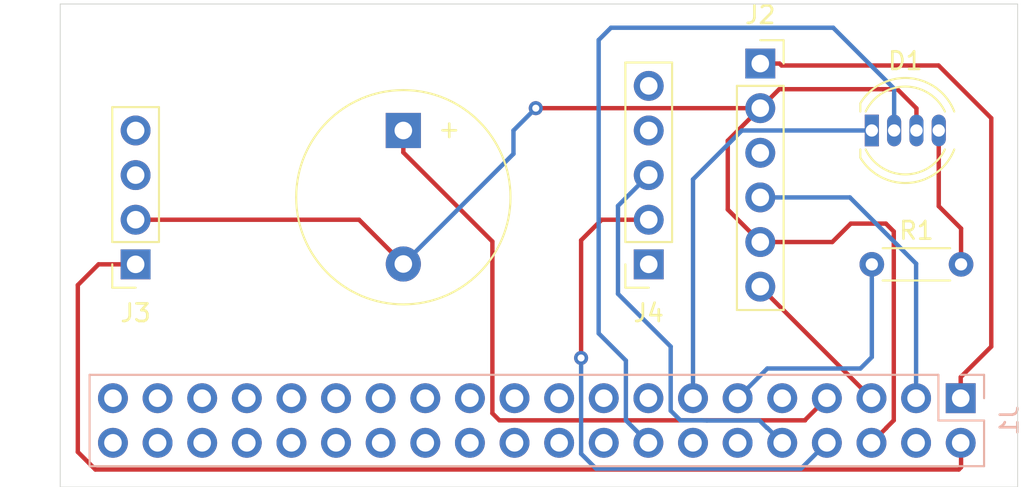
<source format=kicad_pcb>
(kicad_pcb (version 20171130) (host pcbnew 5.1.5+dfsg1-2build2)

  (general
    (thickness 1.6)
    (drawings 4)
    (tracks 87)
    (zones 0)
    (modules 7)
    (nets 48)
  )

  (page A4)
  (layers
    (0 F.Cu signal)
    (31 B.Cu signal)
    (32 B.Adhes user)
    (33 F.Adhes user)
    (34 B.Paste user)
    (35 F.Paste user)
    (36 B.SilkS user)
    (37 F.SilkS user)
    (38 B.Mask user)
    (39 F.Mask user)
    (40 Dwgs.User user)
    (41 Cmts.User user)
    (42 Eco1.User user)
    (43 Eco2.User user)
    (44 Edge.Cuts user)
    (45 Margin user)
    (46 B.CrtYd user)
    (47 F.CrtYd user)
    (48 B.Fab user)
    (49 F.Fab user)
  )

  (setup
    (last_trace_width 0.25)
    (trace_clearance 0.2)
    (zone_clearance 0.508)
    (zone_45_only no)
    (trace_min 0.2)
    (via_size 0.8)
    (via_drill 0.4)
    (via_min_size 0.4)
    (via_min_drill 0.3)
    (uvia_size 0.3)
    (uvia_drill 0.1)
    (uvias_allowed no)
    (uvia_min_size 0.2)
    (uvia_min_drill 0.1)
    (edge_width 0.05)
    (segment_width 0.2)
    (pcb_text_width 0.3)
    (pcb_text_size 1.5 1.5)
    (mod_edge_width 0.12)
    (mod_text_size 1 1)
    (mod_text_width 0.15)
    (pad_size 0.8 1.8)
    (pad_drill 0.7)
    (pad_to_mask_clearance 0)
    (aux_axis_origin 25 160)
    (visible_elements 7FFFFF7F)
    (pcbplotparams
      (layerselection 0x010fc_ffffffff)
      (usegerberextensions false)
      (usegerberattributes true)
      (usegerberadvancedattributes true)
      (creategerberjobfile true)
      (excludeedgelayer true)
      (linewidth 0.100000)
      (plotframeref false)
      (viasonmask false)
      (mode 1)
      (useauxorigin false)
      (hpglpennumber 1)
      (hpglpenspeed 20)
      (hpglpendiameter 15.000000)
      (psnegative false)
      (psa4output false)
      (plotreference true)
      (plotvalue true)
      (plotinvisibletext false)
      (padsonsilk false)
      (subtractmaskfromsilk false)
      (outputformat 1)
      (mirror false)
      (drillshape 0)
      (scaleselection 1)
      (outputdirectory "monea/"))
  )

  (net 0 "")
  (net 1 BZ)
  (net 2 GND)
  (net 3 G)
  (net 4 B)
  (net 5 R)
  (net 6 +3V3)
  (net 7 +5V)
  (net 8 SDA)
  (net 9 "Net-(J1-Pad4)")
  (net 10 SCL)
  (net 11 TX)
  (net 12 "Net-(J1-Pad9)")
  (net 13 RX)
  (net 14 "Net-(J1-Pad11)")
  (net 15 "Net-(J1-Pad12)")
  (net 16 "Net-(J1-Pad14)")
  (net 17 "Net-(J1-Pad15)")
  (net 18 "Net-(J1-Pad17)")
  (net 19 "Net-(J1-Pad18)")
  (net 20 "Net-(J1-Pad19)")
  (net 21 "Net-(J1-Pad20)")
  (net 22 "Net-(J1-Pad21)")
  (net 23 "Net-(J1-Pad22)")
  (net 24 "Net-(J1-Pad23)")
  (net 25 "Net-(J1-Pad24)")
  (net 26 "Net-(J1-Pad25)")
  (net 27 "Net-(J1-Pad26)")
  (net 28 "Net-(J1-Pad27)")
  (net 29 "Net-(J1-Pad28)")
  (net 30 "Net-(J1-Pad29)")
  (net 31 "Net-(J1-Pad30)")
  (net 32 "Net-(J1-Pad31)")
  (net 33 "Net-(J1-Pad32)")
  (net 34 "Net-(J1-Pad33)")
  (net 35 "Net-(J1-Pad34)")
  (net 36 "Net-(J1-Pad35)")
  (net 37 "Net-(J1-Pad36)")
  (net 38 "Net-(J1-Pad37)")
  (net 39 "Net-(J1-Pad38)")
  (net 40 "Net-(J1-Pad39)")
  (net 41 "Net-(J1-Pad40)")
  (net 42 "Net-(J2-Pad3)")
  (net 43 "Net-(J3-Pad3)")
  (net 44 "Net-(J3-Pad4)")
  (net 45 "Net-(J4-Pad1)")
  (net 46 "Net-(J4-Pad4)")
  (net 47 "Net-(J4-Pad5)")

  (net_class Default "This is the default net class."
    (clearance 0.2)
    (trace_width 0.25)
    (via_dia 0.8)
    (via_drill 0.4)
    (uvia_dia 0.3)
    (uvia_drill 0.1)
    (add_net +3V3)
    (add_net +5V)
    (add_net B)
    (add_net BZ)
    (add_net G)
    (add_net GND)
    (add_net "Net-(J1-Pad11)")
    (add_net "Net-(J1-Pad12)")
    (add_net "Net-(J1-Pad14)")
    (add_net "Net-(J1-Pad15)")
    (add_net "Net-(J1-Pad17)")
    (add_net "Net-(J1-Pad18)")
    (add_net "Net-(J1-Pad19)")
    (add_net "Net-(J1-Pad20)")
    (add_net "Net-(J1-Pad21)")
    (add_net "Net-(J1-Pad22)")
    (add_net "Net-(J1-Pad23)")
    (add_net "Net-(J1-Pad24)")
    (add_net "Net-(J1-Pad25)")
    (add_net "Net-(J1-Pad26)")
    (add_net "Net-(J1-Pad27)")
    (add_net "Net-(J1-Pad28)")
    (add_net "Net-(J1-Pad29)")
    (add_net "Net-(J1-Pad30)")
    (add_net "Net-(J1-Pad31)")
    (add_net "Net-(J1-Pad32)")
    (add_net "Net-(J1-Pad33)")
    (add_net "Net-(J1-Pad34)")
    (add_net "Net-(J1-Pad35)")
    (add_net "Net-(J1-Pad36)")
    (add_net "Net-(J1-Pad37)")
    (add_net "Net-(J1-Pad38)")
    (add_net "Net-(J1-Pad39)")
    (add_net "Net-(J1-Pad4)")
    (add_net "Net-(J1-Pad40)")
    (add_net "Net-(J1-Pad9)")
    (add_net "Net-(J2-Pad3)")
    (add_net "Net-(J3-Pad3)")
    (add_net "Net-(J3-Pad4)")
    (add_net "Net-(J4-Pad1)")
    (add_net "Net-(J4-Pad4)")
    (add_net "Net-(J4-Pad5)")
    (add_net R)
    (add_net RX)
    (add_net SCL)
    (add_net SDA)
    (add_net TX)
  )

  (module Resistor_THT:R_Axial_DIN0204_L3.6mm_D1.6mm_P5.08mm_Horizontal (layer F.Cu) (tedit 5AE5139B) (tstamp 61AEC9C6)
    (at 71.2 147.32)
    (descr "Resistor, Axial_DIN0204 series, Axial, Horizontal, pin pitch=5.08mm, 0.167W, length*diameter=3.6*1.6mm^2, http://cdn-reichelt.de/documents/datenblatt/B400/1_4W%23YAG.pdf")
    (tags "Resistor Axial_DIN0204 series Axial Horizontal pin pitch 5.08mm 0.167W length 3.6mm diameter 1.6mm")
    (path /61B088E8)
    (fp_text reference R1 (at 2.54 -1.92) (layer F.SilkS)
      (effects (font (size 1 1) (thickness 0.15)))
    )
    (fp_text value R (at 2.54 1.92) (layer F.Fab)
      (effects (font (size 1 1) (thickness 0.15)))
    )
    (fp_line (start 0.74 -0.8) (end 0.74 0.8) (layer F.Fab) (width 0.1))
    (fp_line (start 0.74 0.8) (end 4.34 0.8) (layer F.Fab) (width 0.1))
    (fp_line (start 4.34 0.8) (end 4.34 -0.8) (layer F.Fab) (width 0.1))
    (fp_line (start 4.34 -0.8) (end 0.74 -0.8) (layer F.Fab) (width 0.1))
    (fp_line (start 0 0) (end 0.74 0) (layer F.Fab) (width 0.1))
    (fp_line (start 5.08 0) (end 4.34 0) (layer F.Fab) (width 0.1))
    (fp_line (start 0.62 -0.92) (end 4.46 -0.92) (layer F.SilkS) (width 0.12))
    (fp_line (start 0.62 0.92) (end 4.46 0.92) (layer F.SilkS) (width 0.12))
    (fp_line (start -0.95 -1.05) (end -0.95 1.05) (layer F.CrtYd) (width 0.05))
    (fp_line (start -0.95 1.05) (end 6.03 1.05) (layer F.CrtYd) (width 0.05))
    (fp_line (start 6.03 1.05) (end 6.03 -1.05) (layer F.CrtYd) (width 0.05))
    (fp_line (start 6.03 -1.05) (end -0.95 -1.05) (layer F.CrtYd) (width 0.05))
    (fp_text user %R (at 2.54 0) (layer F.Fab)
      (effects (font (size 0.72 0.72) (thickness 0.108)))
    )
    (pad 1 thru_hole circle (at 0 0) (size 1.4 1.4) (drill 0.7) (layers *.Cu *.Mask)
      (net 14 "Net-(J1-Pad11)"))
    (pad 2 thru_hole oval (at 5.08 0) (size 1.4 1.4) (drill 0.7) (layers *.Cu *.Mask)
      (net 5 R))
    (model ${KISYS3DMOD}/Resistor_THT.3dshapes/R_Axial_DIN0204_L3.6mm_D1.6mm_P5.08mm_Horizontal.wrl
      (at (xyz 0 0 0))
      (scale (xyz 1 1 1))
      (rotate (xyz 0 0 0))
    )
  )

  (module LED_THT:LED_D5.0mm-4_RGB (layer F.Cu) (tedit 61AEC805) (tstamp 61AEC77E)
    (at 71.2 139.7)
    (descr "LED, diameter 5.0mm, 2 pins, diameter 5.0mm, 3 pins, diameter 5.0mm, 4 pins, http://www.kingbright.com/attachments/file/psearch/000/00/00/L-154A4SUREQBFZGEW(Ver.9A).pdf")
    (tags "LED diameter 5.0mm 2 pins diameter 5.0mm 3 pins diameter 5.0mm 4 pins RGB RGBLED")
    (path /61AEEBA7)
    (fp_text reference D1 (at 1.905 -3.96) (layer F.SilkS)
      (effects (font (size 1 1) (thickness 0.15)))
    )
    (fp_text value LED_GBCR (at 1.905 3.96) (layer F.Fab)
      (effects (font (size 1 1) (thickness 0.15)))
    )
    (fp_arc (start 1.905 0) (end -0.595 -1.469694) (angle 299.1) (layer F.Fab) (width 0.1))
    (fp_arc (start 1.905 0) (end -0.655 -1.54483) (angle 127.7) (layer F.SilkS) (width 0.12))
    (fp_arc (start 1.905 0) (end -0.655 1.54483) (angle -127.7) (layer F.SilkS) (width 0.12))
    (fp_arc (start 1.905 0) (end -0.349684 -1.08) (angle 128.8) (layer F.SilkS) (width 0.12))
    (fp_arc (start 1.905 0) (end -0.349684 1.08) (angle -128.8) (layer F.SilkS) (width 0.12))
    (fp_circle (center 1.905 0) (end 4.405 0) (layer F.Fab) (width 0.1))
    (fp_line (start -0.595 -1.469694) (end -0.595 1.469694) (layer F.Fab) (width 0.1))
    (fp_line (start -0.655 -1.545) (end -0.655 -1.08) (layer F.SilkS) (width 0.12))
    (fp_line (start -0.655 1.08) (end -0.655 1.545) (layer F.SilkS) (width 0.12))
    (fp_line (start -1.35 -3.25) (end -1.35 3.25) (layer F.CrtYd) (width 0.05))
    (fp_line (start -1.35 3.25) (end 5.15 3.25) (layer F.CrtYd) (width 0.05))
    (fp_line (start 5.15 3.25) (end 5.15 -3.25) (layer F.CrtYd) (width 0.05))
    (fp_line (start 5.15 -3.25) (end -1.35 -3.25) (layer F.CrtYd) (width 0.05))
    (fp_text user %R (at 1.905 -3.96) (layer F.Fab)
      (effects (font (size 1 1) (thickness 0.15)))
    )
    (pad 1 thru_hole rect (at 0 0) (size 0.8 1.8) (drill 0.7) (layers *.Cu *.Mask)
      (net 3 G))
    (pad 2 thru_hole oval (at 1.27 0) (size 0.8 1.8) (drill 0.7) (layers *.Cu *.Mask)
      (net 4 B))
    (pad 3 thru_hole oval (at 2.54 0) (size 0.8 1.8) (drill 0.7) (layers *.Cu *.Mask)
      (net 2 GND))
    (pad 4 thru_hole oval (at 3.81 0) (size 0.8 1.8) (drill 0.7) (layers *.Cu *.Mask)
      (net 5 R))
    (model ${KISYS3DMOD}/LED_THT.3dshapes/LED_D5.0mm-4_RGB.wrl
      (at (xyz 0 0 0))
      (scale (xyz 1 1 1))
      (rotate (xyz 0 0 0))
    )
  )

  (module Buzzer_Beeper:Buzzer_12x9.5RM7.6 (layer F.Cu) (tedit 5A030281) (tstamp 6189CB6E)
    (at 44.53 139.7 270)
    (descr "Generic Buzzer, D12mm height 9.5mm with RM7.6mm")
    (tags buzzer)
    (path /61793657)
    (fp_text reference BZ1 (at 3.8 -7.2 90) (layer F.SilkS) hide
      (effects (font (size 1 1) (thickness 0.15)))
    )
    (fp_text value Buzzer (at 3.8 7.4 90) (layer F.Fab)
      (effects (font (size 1 1) (thickness 0.15)))
    )
    (fp_circle (center 3.8 0) (end 10.05 0) (layer F.CrtYd) (width 0.05))
    (fp_circle (center 3.8 0) (end 9.8 0) (layer F.Fab) (width 0.1))
    (fp_circle (center 3.8 0) (end 4.8 0) (layer F.Fab) (width 0.1))
    (fp_circle (center 3.8 0) (end 9.9 0) (layer F.SilkS) (width 0.12))
    (fp_text user + (at -0.01 -2.54 90) (layer F.Fab)
      (effects (font (size 1 1) (thickness 0.15)))
    )
    (fp_text user + (at -0.01 -2.54 90) (layer F.SilkS)
      (effects (font (size 1 1) (thickness 0.15)))
    )
    (fp_text user %R (at 3.8 -4 90) (layer F.Fab)
      (effects (font (size 1 1) (thickness 0.15)))
    )
    (pad 1 thru_hole rect (at 0 0 270) (size 2 2) (drill 1) (layers *.Cu *.Mask)
      (net 1 BZ))
    (pad 2 thru_hole circle (at 7.6 0 270) (size 2 2) (drill 1) (layers *.Cu *.Mask)
      (net 2 GND))
    (model ${KISYS3DMOD}/Buzzer_Beeper.3dshapes/Buzzer_12x9.5RM7.6.wrl
      (at (xyz 0 0 0))
      (scale (xyz 1 1 1))
      (rotate (xyz 0 0 0))
    )
  )

  (module Connector_PinSocket_2.54mm:PinSocket_2x20_P2.54mm_Vertical (layer B.Cu) (tedit 5A19A433) (tstamp 6189CF83)
    (at 76.26 154.94 90)
    (descr "Through hole straight socket strip, 2x20, 2.54mm pitch, double cols (from Kicad 4.0.7), script generated")
    (tags "Through hole socket strip THT 2x20 2.54mm double row")
    (path /61528489)
    (fp_text reference J1 (at -1.27 2.77 270) (layer B.SilkS)
      (effects (font (size 1 1) (thickness 0.15)) (justify mirror))
    )
    (fp_text value Conn_02x20_Odd_Even (at -1.27 -51.03 270) (layer B.Fab) hide
      (effects (font (size 1 1) (thickness 0.15)) (justify mirror))
    )
    (fp_line (start -3.81 1.27) (end 0.27 1.27) (layer B.Fab) (width 0.1))
    (fp_line (start 0.27 1.27) (end 1.27 0.27) (layer B.Fab) (width 0.1))
    (fp_line (start 1.27 0.27) (end 1.27 -49.53) (layer B.Fab) (width 0.1))
    (fp_line (start 1.27 -49.53) (end -3.81 -49.53) (layer B.Fab) (width 0.1))
    (fp_line (start -3.81 -49.53) (end -3.81 1.27) (layer B.Fab) (width 0.1))
    (fp_line (start -3.87 1.33) (end -1.27 1.33) (layer B.SilkS) (width 0.12))
    (fp_line (start -3.87 1.33) (end -3.87 -49.59) (layer B.SilkS) (width 0.12))
    (fp_line (start -3.87 -49.59) (end 1.33 -49.59) (layer B.SilkS) (width 0.12))
    (fp_line (start 1.33 -1.27) (end 1.33 -49.59) (layer B.SilkS) (width 0.12))
    (fp_line (start -1.27 -1.27) (end 1.33 -1.27) (layer B.SilkS) (width 0.12))
    (fp_line (start -1.27 1.33) (end -1.27 -1.27) (layer B.SilkS) (width 0.12))
    (fp_line (start 1.33 1.33) (end 1.33 0) (layer B.SilkS) (width 0.12))
    (fp_line (start 0 1.33) (end 1.33 1.33) (layer B.SilkS) (width 0.12))
    (fp_line (start -4.34 1.8) (end 1.76 1.8) (layer B.CrtYd) (width 0.05))
    (fp_line (start 1.76 1.8) (end 1.76 -50) (layer B.CrtYd) (width 0.05))
    (fp_line (start 1.76 -50) (end -4.34 -50) (layer B.CrtYd) (width 0.05))
    (fp_line (start -4.34 -50) (end -4.34 1.8) (layer B.CrtYd) (width 0.05))
    (fp_text user %R (at -1.27 -24.13) (layer B.Fab)
      (effects (font (size 1 1) (thickness 0.15)) (justify mirror))
    )
    (pad 1 thru_hole rect (at 0 0 90) (size 1.7 1.7) (drill 1) (layers *.Cu *.Mask)
      (net 6 +3V3))
    (pad 2 thru_hole oval (at -2.54 0 90) (size 1.7 1.7) (drill 1) (layers *.Cu *.Mask)
      (net 7 +5V))
    (pad 3 thru_hole oval (at 0 -2.54 90) (size 1.7 1.7) (drill 1) (layers *.Cu *.Mask)
      (net 8 SDA))
    (pad 4 thru_hole oval (at -2.54 -2.54 90) (size 1.7 1.7) (drill 1) (layers *.Cu *.Mask)
      (net 9 "Net-(J1-Pad4)"))
    (pad 5 thru_hole oval (at 0 -5.08 90) (size 1.7 1.7) (drill 1) (layers *.Cu *.Mask)
      (net 10 SCL))
    (pad 6 thru_hole oval (at -2.54 -5.08 90) (size 1.7 1.7) (drill 1) (layers *.Cu *.Mask)
      (net 2 GND))
    (pad 7 thru_hole oval (at 0 -7.62 90) (size 1.7 1.7) (drill 1) (layers *.Cu *.Mask)
      (net 1 BZ))
    (pad 8 thru_hole oval (at -2.54 -7.62 90) (size 1.7 1.7) (drill 1) (layers *.Cu *.Mask)
      (net 11 TX))
    (pad 9 thru_hole oval (at 0 -10.16 90) (size 1.7 1.7) (drill 1) (layers *.Cu *.Mask)
      (net 12 "Net-(J1-Pad9)"))
    (pad 10 thru_hole oval (at -2.54 -10.16 90) (size 1.7 1.7) (drill 1) (layers *.Cu *.Mask)
      (net 13 RX))
    (pad 11 thru_hole oval (at 0 -12.7 90) (size 1.7 1.7) (drill 1) (layers *.Cu *.Mask)
      (net 14 "Net-(J1-Pad11)"))
    (pad 12 thru_hole oval (at -2.54 -12.7 90) (size 1.7 1.7) (drill 1) (layers *.Cu *.Mask)
      (net 15 "Net-(J1-Pad12)"))
    (pad 13 thru_hole oval (at 0 -15.24 90) (size 1.7 1.7) (drill 1) (layers *.Cu *.Mask)
      (net 3 G))
    (pad 14 thru_hole oval (at -2.54 -15.24 90) (size 1.7 1.7) (drill 1) (layers *.Cu *.Mask)
      (net 16 "Net-(J1-Pad14)"))
    (pad 15 thru_hole oval (at 0 -17.78 90) (size 1.7 1.7) (drill 1) (layers *.Cu *.Mask)
      (net 17 "Net-(J1-Pad15)"))
    (pad 16 thru_hole oval (at -2.54 -17.78 90) (size 1.7 1.7) (drill 1) (layers *.Cu *.Mask)
      (net 4 B))
    (pad 17 thru_hole oval (at 0 -20.32 90) (size 1.7 1.7) (drill 1) (layers *.Cu *.Mask)
      (net 18 "Net-(J1-Pad17)"))
    (pad 18 thru_hole oval (at -2.54 -20.32 90) (size 1.7 1.7) (drill 1) (layers *.Cu *.Mask)
      (net 19 "Net-(J1-Pad18)"))
    (pad 19 thru_hole oval (at 0 -22.86 90) (size 1.7 1.7) (drill 1) (layers *.Cu *.Mask)
      (net 20 "Net-(J1-Pad19)"))
    (pad 20 thru_hole oval (at -2.54 -22.86 90) (size 1.7 1.7) (drill 1) (layers *.Cu *.Mask)
      (net 21 "Net-(J1-Pad20)"))
    (pad 21 thru_hole oval (at 0 -25.4 90) (size 1.7 1.7) (drill 1) (layers *.Cu *.Mask)
      (net 22 "Net-(J1-Pad21)"))
    (pad 22 thru_hole oval (at -2.54 -25.4 90) (size 1.7 1.7) (drill 1) (layers *.Cu *.Mask)
      (net 23 "Net-(J1-Pad22)"))
    (pad 23 thru_hole oval (at 0 -27.94 90) (size 1.7 1.7) (drill 1) (layers *.Cu *.Mask)
      (net 24 "Net-(J1-Pad23)"))
    (pad 24 thru_hole oval (at -2.54 -27.94 90) (size 1.7 1.7) (drill 1) (layers *.Cu *.Mask)
      (net 25 "Net-(J1-Pad24)"))
    (pad 25 thru_hole oval (at 0 -30.48 90) (size 1.7 1.7) (drill 1) (layers *.Cu *.Mask)
      (net 26 "Net-(J1-Pad25)"))
    (pad 26 thru_hole oval (at -2.54 -30.48 90) (size 1.7 1.7) (drill 1) (layers *.Cu *.Mask)
      (net 27 "Net-(J1-Pad26)"))
    (pad 27 thru_hole oval (at 0 -33.02 90) (size 1.7 1.7) (drill 1) (layers *.Cu *.Mask)
      (net 28 "Net-(J1-Pad27)"))
    (pad 28 thru_hole oval (at -2.54 -33.02 90) (size 1.7 1.7) (drill 1) (layers *.Cu *.Mask)
      (net 29 "Net-(J1-Pad28)"))
    (pad 29 thru_hole oval (at 0 -35.56 90) (size 1.7 1.7) (drill 1) (layers *.Cu *.Mask)
      (net 30 "Net-(J1-Pad29)"))
    (pad 30 thru_hole oval (at -2.54 -35.56 90) (size 1.7 1.7) (drill 1) (layers *.Cu *.Mask)
      (net 31 "Net-(J1-Pad30)"))
    (pad 31 thru_hole oval (at 0 -38.1 90) (size 1.7 1.7) (drill 1) (layers *.Cu *.Mask)
      (net 32 "Net-(J1-Pad31)"))
    (pad 32 thru_hole oval (at -2.54 -38.1 90) (size 1.7 1.7) (drill 1) (layers *.Cu *.Mask)
      (net 33 "Net-(J1-Pad32)"))
    (pad 33 thru_hole oval (at 0 -40.64 90) (size 1.7 1.7) (drill 1) (layers *.Cu *.Mask)
      (net 34 "Net-(J1-Pad33)"))
    (pad 34 thru_hole oval (at -2.54 -40.64 90) (size 1.7 1.7) (drill 1) (layers *.Cu *.Mask)
      (net 35 "Net-(J1-Pad34)"))
    (pad 35 thru_hole oval (at 0 -43.18 90) (size 1.7 1.7) (drill 1) (layers *.Cu *.Mask)
      (net 36 "Net-(J1-Pad35)"))
    (pad 36 thru_hole oval (at -2.54 -43.18 90) (size 1.7 1.7) (drill 1) (layers *.Cu *.Mask)
      (net 37 "Net-(J1-Pad36)"))
    (pad 37 thru_hole oval (at 0 -45.72 90) (size 1.7 1.7) (drill 1) (layers *.Cu *.Mask)
      (net 38 "Net-(J1-Pad37)"))
    (pad 38 thru_hole oval (at -2.54 -45.72 90) (size 1.7 1.7) (drill 1) (layers *.Cu *.Mask)
      (net 39 "Net-(J1-Pad38)"))
    (pad 39 thru_hole oval (at 0 -48.26 90) (size 1.7 1.7) (drill 1) (layers *.Cu *.Mask)
      (net 40 "Net-(J1-Pad39)"))
    (pad 40 thru_hole oval (at -2.54 -48.26 90) (size 1.7 1.7) (drill 1) (layers *.Cu *.Mask)
      (net 41 "Net-(J1-Pad40)"))
    (model ${KISYS3DMOD}/Connector_PinSocket_2.54mm.3dshapes/PinSocket_2x20_P2.54mm_Vertical.wrl
      (at (xyz 0 0 0))
      (scale (xyz 1 1 1))
      (rotate (xyz 0 0 0))
    )
  )

  (module Connector_PinSocket_2.54mm:PinSocket_1x06_P2.54mm_Vertical (layer F.Cu) (tedit 5A19A430) (tstamp 6189CBDC)
    (at 64.85 135.89)
    (descr "Through hole straight socket strip, 1x06, 2.54mm pitch, single row (from Kicad 4.0.7), script generated")
    (tags "Through hole socket strip THT 1x06 2.54mm single row")
    (path /6152C049)
    (fp_text reference J2 (at 0 -2.77) (layer F.SilkS)
      (effects (font (size 1 1) (thickness 0.15)))
    )
    (fp_text value Conn_01x06_Female (at 0 15.47) (layer F.Fab)
      (effects (font (size 1 1) (thickness 0.15)))
    )
    (fp_line (start -1.27 -1.27) (end 0.635 -1.27) (layer F.Fab) (width 0.1))
    (fp_line (start 0.635 -1.27) (end 1.27 -0.635) (layer F.Fab) (width 0.1))
    (fp_line (start 1.27 -0.635) (end 1.27 13.97) (layer F.Fab) (width 0.1))
    (fp_line (start 1.27 13.97) (end -1.27 13.97) (layer F.Fab) (width 0.1))
    (fp_line (start -1.27 13.97) (end -1.27 -1.27) (layer F.Fab) (width 0.1))
    (fp_line (start -1.33 1.27) (end 1.33 1.27) (layer F.SilkS) (width 0.12))
    (fp_line (start -1.33 1.27) (end -1.33 14.03) (layer F.SilkS) (width 0.12))
    (fp_line (start -1.33 14.03) (end 1.33 14.03) (layer F.SilkS) (width 0.12))
    (fp_line (start 1.33 1.27) (end 1.33 14.03) (layer F.SilkS) (width 0.12))
    (fp_line (start 1.33 -1.33) (end 1.33 0) (layer F.SilkS) (width 0.12))
    (fp_line (start 0 -1.33) (end 1.33 -1.33) (layer F.SilkS) (width 0.12))
    (fp_line (start -1.8 -1.8) (end 1.75 -1.8) (layer F.CrtYd) (width 0.05))
    (fp_line (start 1.75 -1.8) (end 1.75 14.45) (layer F.CrtYd) (width 0.05))
    (fp_line (start 1.75 14.45) (end -1.8 14.45) (layer F.CrtYd) (width 0.05))
    (fp_line (start -1.8 14.45) (end -1.8 -1.8) (layer F.CrtYd) (width 0.05))
    (fp_text user %R (at 0 6.35 90) (layer F.Fab)
      (effects (font (size 1 1) (thickness 0.15)))
    )
    (pad 1 thru_hole rect (at 0 0) (size 1.7 1.7) (drill 1) (layers *.Cu *.Mask)
      (net 6 +3V3))
    (pad 2 thru_hole oval (at 0 2.54) (size 1.7 1.7) (drill 1) (layers *.Cu *.Mask)
      (net 2 GND))
    (pad 3 thru_hole oval (at 0 5.08) (size 1.7 1.7) (drill 1) (layers *.Cu *.Mask)
      (net 42 "Net-(J2-Pad3)"))
    (pad 4 thru_hole oval (at 0 7.62) (size 1.7 1.7) (drill 1) (layers *.Cu *.Mask)
      (net 8 SDA))
    (pad 5 thru_hole oval (at 0 10.16) (size 1.7 1.7) (drill 1) (layers *.Cu *.Mask)
      (net 2 GND))
    (pad 6 thru_hole oval (at 0 12.7) (size 1.7 1.7) (drill 1) (layers *.Cu *.Mask)
      (net 10 SCL))
    (model ${KISYS3DMOD}/Connector_PinSocket_2.54mm.3dshapes/PinSocket_1x06_P2.54mm_Vertical.wrl
      (at (xyz 0 0 0))
      (scale (xyz 1 1 1))
      (rotate (xyz 0 0 0))
    )
  )

  (module Connector_PinSocket_2.54mm:PinSocket_1x04_P2.54mm_Vertical (layer F.Cu) (tedit 5A19A429) (tstamp 6189D758)
    (at 29.29 147.32 180)
    (descr "Through hole straight socket strip, 1x04, 2.54mm pitch, single row (from Kicad 4.0.7), script generated")
    (tags "Through hole socket strip THT 1x04 2.54mm single row")
    (path /6152DF10)
    (fp_text reference J3 (at 0 -2.77) (layer F.SilkS)
      (effects (font (size 1 1) (thickness 0.15)))
    )
    (fp_text value Conn_01x04_Female (at 0 10.39) (layer F.Fab)
      (effects (font (size 1 1) (thickness 0.15)))
    )
    (fp_line (start -1.27 -1.27) (end 0.635 -1.27) (layer F.Fab) (width 0.1))
    (fp_line (start 0.635 -1.27) (end 1.27 -0.635) (layer F.Fab) (width 0.1))
    (fp_line (start 1.27 -0.635) (end 1.27 8.89) (layer F.Fab) (width 0.1))
    (fp_line (start 1.27 8.89) (end -1.27 8.89) (layer F.Fab) (width 0.1))
    (fp_line (start -1.27 8.89) (end -1.27 -1.27) (layer F.Fab) (width 0.1))
    (fp_line (start -1.33 1.27) (end 1.33 1.27) (layer F.SilkS) (width 0.12))
    (fp_line (start -1.33 1.27) (end -1.33 8.95) (layer F.SilkS) (width 0.12))
    (fp_line (start -1.33 8.95) (end 1.33 8.95) (layer F.SilkS) (width 0.12))
    (fp_line (start 1.33 1.27) (end 1.33 8.95) (layer F.SilkS) (width 0.12))
    (fp_line (start 1.33 -1.33) (end 1.33 0) (layer F.SilkS) (width 0.12))
    (fp_line (start 0 -1.33) (end 1.33 -1.33) (layer F.SilkS) (width 0.12))
    (fp_line (start -1.8 -1.8) (end 1.75 -1.8) (layer F.CrtYd) (width 0.05))
    (fp_line (start 1.75 -1.8) (end 1.75 9.4) (layer F.CrtYd) (width 0.05))
    (fp_line (start 1.75 9.4) (end -1.8 9.4) (layer F.CrtYd) (width 0.05))
    (fp_line (start -1.8 9.4) (end -1.8 -1.8) (layer F.CrtYd) (width 0.05))
    (fp_text user %R (at 0 3.81 90) (layer F.Fab)
      (effects (font (size 1 1) (thickness 0.15)))
    )
    (pad 1 thru_hole rect (at 0 0 180) (size 1.7 1.7) (drill 1) (layers *.Cu *.Mask)
      (net 7 +5V))
    (pad 2 thru_hole oval (at 0 2.54 180) (size 1.7 1.7) (drill 1) (layers *.Cu *.Mask)
      (net 2 GND))
    (pad 3 thru_hole oval (at 0 5.08 180) (size 1.7 1.7) (drill 1) (layers *.Cu *.Mask)
      (net 43 "Net-(J3-Pad3)"))
    (pad 4 thru_hole oval (at 0 7.62 180) (size 1.7 1.7) (drill 1) (layers *.Cu *.Mask)
      (net 44 "Net-(J3-Pad4)"))
    (model ${KISYS3DMOD}/Connector_PinSocket_2.54mm.3dshapes/PinSocket_1x04_P2.54mm_Vertical.wrl
      (at (xyz 0 0 0))
      (scale (xyz 1 1 1))
      (rotate (xyz 0 0 0))
    )
  )

  (module Connector_PinSocket_2.54mm:PinSocket_1x05_P2.54mm_Vertical (layer F.Cu) (tedit 5A19A420) (tstamp 6189D293)
    (at 58.5 147.32 180)
    (descr "Through hole straight socket strip, 1x05, 2.54mm pitch, single row (from Kicad 4.0.7), script generated")
    (tags "Through hole socket strip THT 1x05 2.54mm single row")
    (path /6152E570)
    (fp_text reference J4 (at 0 -2.77) (layer F.SilkS)
      (effects (font (size 1 1) (thickness 0.15)))
    )
    (fp_text value Conn_01x05_Female (at 0 12.93) (layer F.Fab)
      (effects (font (size 1 1) (thickness 0.15)))
    )
    (fp_line (start -1.27 -1.27) (end 0.635 -1.27) (layer F.Fab) (width 0.1))
    (fp_line (start 0.635 -1.27) (end 1.27 -0.635) (layer F.Fab) (width 0.1))
    (fp_line (start 1.27 -0.635) (end 1.27 11.43) (layer F.Fab) (width 0.1))
    (fp_line (start 1.27 11.43) (end -1.27 11.43) (layer F.Fab) (width 0.1))
    (fp_line (start -1.27 11.43) (end -1.27 -1.27) (layer F.Fab) (width 0.1))
    (fp_line (start -1.33 1.27) (end 1.33 1.27) (layer F.SilkS) (width 0.12))
    (fp_line (start -1.33 1.27) (end -1.33 11.49) (layer F.SilkS) (width 0.12))
    (fp_line (start -1.33 11.49) (end 1.33 11.49) (layer F.SilkS) (width 0.12))
    (fp_line (start 1.33 1.27) (end 1.33 11.49) (layer F.SilkS) (width 0.12))
    (fp_line (start 1.33 -1.33) (end 1.33 0) (layer F.SilkS) (width 0.12))
    (fp_line (start 0 -1.33) (end 1.33 -1.33) (layer F.SilkS) (width 0.12))
    (fp_line (start -1.8 -1.8) (end 1.75 -1.8) (layer F.CrtYd) (width 0.05))
    (fp_line (start 1.75 -1.8) (end 1.75 11.9) (layer F.CrtYd) (width 0.05))
    (fp_line (start 1.75 11.9) (end -1.8 11.9) (layer F.CrtYd) (width 0.05))
    (fp_line (start -1.8 11.9) (end -1.8 -1.8) (layer F.CrtYd) (width 0.05))
    (fp_text user %R (at 0 5.08 90) (layer F.Fab)
      (effects (font (size 1 1) (thickness 0.15)))
    )
    (pad 1 thru_hole rect (at 0 0 180) (size 1.7 1.7) (drill 1) (layers *.Cu *.Mask)
      (net 45 "Net-(J4-Pad1)"))
    (pad 2 thru_hole oval (at 0 2.54 180) (size 1.7 1.7) (drill 1) (layers *.Cu *.Mask)
      (net 11 TX))
    (pad 3 thru_hole oval (at 0 5.08 180) (size 1.7 1.7) (drill 1) (layers *.Cu *.Mask)
      (net 13 RX))
    (pad 4 thru_hole oval (at 0 7.62 180) (size 1.7 1.7) (drill 1) (layers *.Cu *.Mask)
      (net 46 "Net-(J4-Pad4)"))
    (pad 5 thru_hole oval (at 0 10.16 180) (size 1.7 1.7) (drill 1) (layers *.Cu *.Mask)
      (net 47 "Net-(J4-Pad5)"))
    (model ${KISYS3DMOD}/Connector_PinSocket_2.54mm.3dshapes/PinSocket_1x05_P2.54mm_Vertical.wrl
      (at (xyz 0 0 0))
      (scale (xyz 1 1 1))
      (rotate (xyz 0 0 0))
    )
  )

  (gr_line (start 79.5 160) (end 79.5 132.5) (layer Edge.Cuts) (width 0.05) (tstamp 61AECFFD))
  (gr_line (start 25 132.5) (end 25 160) (layer Edge.Cuts) (width 0.05) (tstamp 61AECFFC))
  (gr_line (start 79.5 132.5) (end 25 132.5) (layer Edge.Cuts) (width 0.05))
  (gr_line (start 25 160) (end 79.5 160) (layer Edge.Cuts) (width 0.05) (tstamp 61AECF3E))

  (segment (start 44.53 140.95) (end 44.53 139.7) (width 0.25) (layer F.Cu) (net 1))
  (segment (start 49.6 146.02) (end 44.53 140.95) (width 0.25) (layer F.Cu) (net 1))
  (segment (start 67.4 156.2) (end 50 156.2) (width 0.25) (layer F.Cu) (net 1))
  (segment (start 49.6 155.8) (end 49.6 146.02) (width 0.25) (layer F.Cu) (net 1))
  (segment (start 50 156.2) (end 49.6 155.8) (width 0.25) (layer F.Cu) (net 1))
  (segment (start 67.4 156.18) (end 67.4 156.2) (width 0.25) (layer F.Cu) (net 1))
  (segment (start 68.64 154.94) (end 67.4 156.18) (width 0.25) (layer F.Cu) (net 1))
  (segment (start 42.01 144.78) (end 44.53 147.3) (width 0.25) (layer F.Cu) (net 2))
  (segment (start 29.29 144.78) (end 42.01 144.78) (width 0.25) (layer F.Cu) (net 2))
  (segment (start 64.85 146.05) (end 68.95 146.05) (width 0.25) (layer F.Cu) (net 2))
  (segment (start 68.95 146.05) (end 70 145) (width 0.25) (layer F.Cu) (net 2))
  (segment (start 70 145) (end 72 145) (width 0.25) (layer F.Cu) (net 2))
  (segment (start 72.45 145.45) (end 72 145) (width 0.25) (layer F.Cu) (net 2))
  (segment (start 72.45 156.2) (end 72.45 145.45) (width 0.25) (layer F.Cu) (net 2))
  (segment (start 72.029999 156.620001) (end 72.45 156.2) (width 0.25) (layer F.Cu) (net 2))
  (segment (start 72.029999 156.630001) (end 72.029999 156.620001) (width 0.25) (layer F.Cu) (net 2))
  (segment (start 71.18 157.48) (end 72.029999 156.630001) (width 0.25) (layer F.Cu) (net 2))
  (segment (start 64.85 138.43) (end 63 140.28) (width 0.25) (layer F.Cu) (net 2))
  (segment (start 63 144.2) (end 64.85 146.05) (width 0.25) (layer F.Cu) (net 2))
  (segment (start 63 140.28) (end 63 144.2) (width 0.25) (layer F.Cu) (net 2))
  (segment (start 64.85 138.43) (end 65.93 137.35) (width 0.25) (layer F.Cu) (net 2))
  (segment (start 65.93 137.35) (end 72.65 137.35) (width 0.25) (layer F.Cu) (net 2))
  (segment (start 73.74 138.44) (end 73.74 139.7) (width 0.25) (layer F.Cu) (net 2))
  (segment (start 72.65 137.35) (end 73.74 138.44) (width 0.25) (layer F.Cu) (net 2))
  (segment (start 44.53 147.3) (end 50.8 141.03) (width 0.25) (layer B.Cu) (net 2))
  (segment (start 50.8 141.03) (end 50.8 139.7) (width 0.25) (layer B.Cu) (net 2))
  (segment (start 50.8 139.7) (end 52.07 138.43) (width 0.25) (layer B.Cu) (net 2))
  (segment (start 52.07 138.43) (end 52.07 138.43) (width 0.25) (layer B.Cu) (net 2) (tstamp 61B7DFF7))
  (via (at 52.07 138.43) (size 0.8) (drill 0.4) (layers F.Cu B.Cu) (net 2))
  (segment (start 52.07 138.43) (end 64.85 138.43) (width 0.25) (layer F.Cu) (net 2))
  (segment (start 61.02 142.48) (end 61.02 154.94) (width 0.25) (layer B.Cu) (net 3))
  (segment (start 63.8 139.7) (end 61.02 142.48) (width 0.25) (layer B.Cu) (net 3))
  (segment (start 71.2 139.7) (end 63.8 139.7) (width 0.25) (layer B.Cu) (net 3))
  (segment (start 72.47 137.32) (end 72.47 139.7) (width 0.25) (layer B.Cu) (net 4))
  (segment (start 69 133.85) (end 72.47 137.32) (width 0.25) (layer B.Cu) (net 4))
  (segment (start 55.65 134.55) (end 56.35 133.85) (width 0.25) (layer B.Cu) (net 4))
  (segment (start 55.65 151.25) (end 55.65 134.55) (width 0.25) (layer B.Cu) (net 4))
  (segment (start 57.2 152.8) (end 55.65 151.25) (width 0.25) (layer B.Cu) (net 4))
  (segment (start 57.2 156.2) (end 57.2 152.8) (width 0.25) (layer B.Cu) (net 4))
  (segment (start 56.35 133.85) (end 69 133.85) (width 0.25) (layer B.Cu) (net 4))
  (segment (start 58.48 157.48) (end 57.2 156.2) (width 0.25) (layer B.Cu) (net 4))
  (segment (start 76.28 145.28) (end 76.28 147.32) (width 0.25) (layer F.Cu) (net 5))
  (segment (start 75.01 144.01) (end 76.28 145.28) (width 0.25) (layer F.Cu) (net 5))
  (segment (start 75.01 139.7) (end 75.01 144.01) (width 0.25) (layer F.Cu) (net 5))
  (segment (start 65.95 135.89) (end 66.06 136) (width 0.25) (layer F.Cu) (net 6))
  (segment (start 64.85 135.89) (end 65.95 135.89) (width 0.25) (layer F.Cu) (net 6))
  (segment (start 66.06 136) (end 75 136) (width 0.25) (layer F.Cu) (net 6))
  (segment (start 75 136) (end 78 139) (width 0.25) (layer F.Cu) (net 6))
  (segment (start 78 139) (end 78 152) (width 0.25) (layer F.Cu) (net 6))
  (segment (start 76.26 153.74) (end 76.26 154.94) (width 0.25) (layer F.Cu) (net 6))
  (segment (start 78 152) (end 76.26 153.74) (width 0.25) (layer F.Cu) (net 6))
  (segment (start 76.28 157.48) (end 76.28 158.86999) (width 0.25) (layer F.Cu) (net 7))
  (segment (start 76.28 158.86999) (end 76.14999 159) (width 0.25) (layer F.Cu) (net 7))
  (segment (start 76.14999 159) (end 27 159) (width 0.25) (layer F.Cu) (net 7))
  (segment (start 27 159) (end 26 158) (width 0.25) (layer F.Cu) (net 7))
  (segment (start 29.29 147.32) (end 27.18 147.32) (width 0.25) (layer F.Cu) (net 7))
  (segment (start 26 158) (end 26 148.5) (width 0.25) (layer F.Cu) (net 7))
  (segment (start 26 148.5) (end 27.18 147.32) (width 0.25) (layer F.Cu) (net 7))
  (segment (start 73.72 147.28) (end 69.95 143.51) (width 0.25) (layer B.Cu) (net 8))
  (segment (start 69.95 143.51) (end 64.85 143.51) (width 0.25) (layer B.Cu) (net 8))
  (segment (start 73.72 154.94) (end 73.72 147.28) (width 0.25) (layer B.Cu) (net 8))
  (segment (start 64.85 148.61) (end 64.85 148.59) (width 0.25) (layer F.Cu) (net 10))
  (segment (start 71.18 154.94) (end 64.85 148.61) (width 0.25) (layer F.Cu) (net 10))
  (segment (start 68.64 157.48) (end 67.17 158.95) (width 0.25) (layer B.Cu) (net 11))
  (segment (start 67.17 158.95) (end 55.5 158.95) (width 0.25) (layer B.Cu) (net 11))
  (segment (start 55.5 158.95) (end 54.65 158.1) (width 0.25) (layer B.Cu) (net 11))
  (segment (start 54.65 158.1) (end 54.65 152.65) (width 0.25) (layer B.Cu) (net 11))
  (segment (start 54.65 152.65) (end 54.65 152.65) (width 0.25) (layer B.Cu) (net 11) (tstamp 61AED068))
  (via (at 54.65 152.65) (size 0.8) (drill 0.4) (layers F.Cu B.Cu) (net 11))
  (segment (start 55.82 144.78) (end 58.5 144.78) (width 0.25) (layer F.Cu) (net 11))
  (segment (start 54.65 145.95) (end 55.82 144.78) (width 0.25) (layer F.Cu) (net 11))
  (segment (start 54.65 152.65) (end 54.65 145.95) (width 0.25) (layer F.Cu) (net 11))
  (segment (start 64.809545 156.209545) (end 65.230001 156.630001) (width 0.25) (layer B.Cu) (net 13))
  (segment (start 61.809545 156.209545) (end 64.809545 156.209545) (width 0.25) (layer B.Cu) (net 13))
  (segment (start 65.230001 156.630001) (end 65.250001 156.630001) (width 0.25) (layer B.Cu) (net 13))
  (segment (start 61.5 156.2) (end 61.809545 156.209545) (width 0.25) (layer B.Cu) (net 13))
  (segment (start 65.250001 156.630001) (end 66.1 157.48) (width 0.25) (layer B.Cu) (net 13))
  (segment (start 60.3 156.2) (end 61.5 156.2) (width 0.25) (layer B.Cu) (net 13))
  (segment (start 56.75 149) (end 59.75 152) (width 0.25) (layer B.Cu) (net 13))
  (segment (start 56.75 143.99) (end 56.75 149) (width 0.25) (layer B.Cu) (net 13))
  (segment (start 59.75 155.65) (end 60.3 156.2) (width 0.25) (layer B.Cu) (net 13))
  (segment (start 59.75 152) (end 59.75 155.65) (width 0.25) (layer B.Cu) (net 13))
  (segment (start 58.5 142.24) (end 56.75 143.99) (width 0.25) (layer B.Cu) (net 13))
  (segment (start 71.2 152.6) (end 71.2 147.32) (width 0.25) (layer B.Cu) (net 14))
  (segment (start 70.55 153.25) (end 71.2 152.6) (width 0.25) (layer B.Cu) (net 14))
  (segment (start 65.25 153.25) (end 70.55 153.25) (width 0.25) (layer B.Cu) (net 14))
  (segment (start 63.56 154.94) (end 65.25 153.25) (width 0.25) (layer B.Cu) (net 14))

)

</source>
